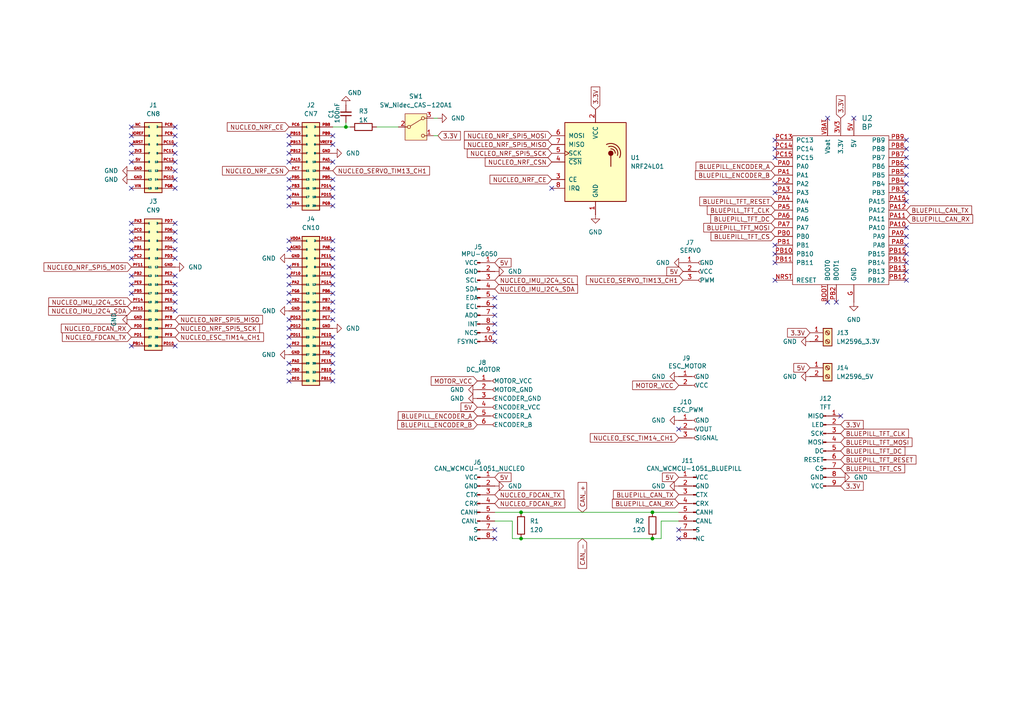
<source format=kicad_sch>
(kicad_sch (version 20231120) (generator "eeschema") (generator_version "8.0")
  (paper "A4")
  (lib_symbols
    (symbol "Conn_01x03_Socket_1" (pin_names (offset 1.016))
      (property "Reference" "J10" (at -4.826 7.874 0))
      (property "Value" "ESC_PWM" (at -6.858 5.588 0))
      (symbol "Conn_01x03_Socket_1_1_1"
        (pin passive line (at -5.08 2.54 0) (length 3.81) (name "GND") (number "1"))
        (pin passive line (at -5.08 0 0) (length 3.81) (name "VOUT") (number "2"))
        (pin passive line (at -5.08 -2.54 0) (length 3.81) (name "SIGNAL") (number "3"))
      )
    )
    (symbol "Connector:Conn_01x02_Socket" (pin_names (offset 1.016))
      (property "Reference" "J9" (at -4.318 5.08 0))
      (property "Value" "ESC_MOTOR" (at -8.128 3.048 0))
      (symbol "Conn_01x02_Socket_1_1"
        (pin passive line (at -5.08 0 0) (length 3.81) (name "GND") (number "1"))
        (pin passive line (at -5.08 -2.54 0) (length 3.81) (name "VCC") (number "2"))
      )
    )
    (symbol "Connector:Conn_01x03_Socket" (pin_names (offset 1.016))
      (property "Reference" "J7" (at -4.318 8.382 0))
      (property "Value" "SERVO" (at -6.096 6.096 0))
      (symbol "Conn_01x03_Socket_1_1"
        (pin passive line (at -5.08 2.54 0) (length 3.81) (name "GND") (number "1"))
        (pin passive line (at -5.08 0 0) (length 3.81) (name "VCC") (number "2"))
        (pin passive line (at -5.08 -2.54 0) (length 3.81) (name "PWM") (number "3"))
      )
    )
    (symbol "Connector:Conn_01x06_Socket" (pin_names (offset 1.016))
      (property "Reference" "J8" (at -4.318 10.668 0))
      (property "Value" "DC_MOTOR" (at -8.382 8.382 0))
      (symbol "Conn_01x06_Socket_1_1"
        (pin passive line (at -5.08 5.08 0) (length 3.81) (name "MOTOR_VCC") (number "1"))
        (pin passive line (at -5.08 2.54 0) (length 3.81) (name "MOTOR_GND") (number "2"))
        (pin passive line (at -5.08 0 0) (length 3.81) (name "ENCODER_GND") (number "3"))
        (pin passive line (at -5.08 -2.54 0) (length 3.81) (name "ENCODER_VCC") (number "4"))
        (pin passive line (at -5.08 -5.08 0) (length 3.81) (name "ENCODER_A") (number "5"))
        (pin passive line (at -5.08 -7.62 0) (length 3.81) (name "ENCODER_B") (number "6"))
      )
    )
    (symbol "Connector:Conn_01x08_Pin" (pin_names (offset 1.016))
      (property "Reference" "J6" (at 0.635 12.7 0))
      (property "Value" "NUCLEO_WCMCU-1051" (at 0.635 10.16 0))
      (symbol "Conn_01x08_Pin_1_1"
        (pin passive line (at 5.08 7.62 180) (length 3.81) (name "VCC") (number "1"))
        (pin passive line (at 5.08 5.08 180) (length 3.81) (name "GND") (number "2"))
        (pin passive line (at 5.08 2.54 180) (length 3.81) (name "CTX") (number "3"))
        (pin passive line (at 5.08 0 180) (length 3.81) (name "CRX") (number "4"))
        (pin passive line (at 5.08 -2.54 180) (length 3.81) (name "CANH") (number "5"))
        (pin passive line (at 5.08 -5.08 180) (length 3.81) (name "CANL") (number "6"))
        (pin passive line (at 5.08 -7.62 180) (length 3.81) (name "S") (number "7"))
        (pin passive line (at 5.08 -10.16 180) (length 3.81) (name "NC") (number "8"))
      )
    )
    (symbol "Connector:Conn_01x09_Pin" (pin_names (offset 1.016))
      (property "Reference" "J12" (at 0.635 15.24 0))
      (property "Value" "TFT" (at 0.635 12.7 0))
      (symbol "Conn_01x09_Pin_1_1"
        (pin passive line (at 5.08 10.16 180) (length 3.81) (name "MISO") (number "1"))
        (pin passive line (at 5.08 7.62 180) (length 3.81) (name "LED") (number "2"))
        (pin passive line (at 5.08 5.08 180) (length 3.81) (name "SCK") (number "3"))
        (pin passive line (at 5.08 2.54 180) (length 3.81) (name "MOSI") (number "4"))
        (pin passive line (at 5.08 0 180) (length 3.81) (name "DC") (number "5"))
        (pin passive line (at 5.08 -2.54 180) (length 3.81) (name "RESET") (number "6"))
        (pin passive line (at 5.08 -5.08 180) (length 3.81) (name "CS") (number "7"))
        (pin passive line (at 5.08 -7.62 180) (length 3.81) (name "GND") (number "8"))
        (pin passive line (at 5.08 -10.16 180) (length 3.81) (name "VCC") (number "9"))
      )
    )
    (symbol "Connector:Conn_01x10_Pin" (pin_names (offset 1.016))
      (property "Reference" "J5" (at 0.635 15.24 0))
      (property "Value" "MPU-6050" (at 0.635 12.7 0))
      (symbol "Conn_01x10_Pin_1_1"
        (pin passive line (at 5.08 10.16 180) (length 3.81) (name "VCC") (number "1"))
        (pin passive line (at 5.08 -12.7 180) (length 3.81) (name "FSYNC") (number "10"))
        (pin passive line (at 5.08 7.62 180) (length 3.81) (name "GND") (number "2"))
        (pin passive line (at 5.08 5.08 180) (length 3.81) (name "SCL") (number "3"))
        (pin passive line (at 5.08 2.54 180) (length 3.81) (name "SDA") (number "4"))
        (pin passive line (at 5.08 0 180) (length 3.81) (name "EDA") (number "5"))
        (pin passive line (at 5.08 -2.54 180) (length 3.81) (name "ECL") (number "6"))
        (pin passive line (at 5.08 -5.08 180) (length 3.81) (name "ADO") (number "7"))
        (pin passive line (at 5.08 -7.62 180) (length 3.81) (name "INT") (number "8"))
        (pin passive line (at 5.08 -10.16 180) (length 3.81) (name "NCS") (number "9"))
      )
    )
    (symbol "Connector:Screw_Terminal_01x02" (pin_names (offset 1.016) hide)
      (property "Reference" "J" (at 0 2.54 0))
      (property "Value" "Screw_Terminal_01x02" (at 0 -5.08 0))
      (symbol "Screw_Terminal_01x02_1_1"
        (pin passive line (at -5.08 0 0) (length 3.81) (name "Pin_1") (number "1"))
        (pin passive line (at -5.08 -2.54 0) (length 3.81) (name "Pin_2") (number "2"))
      )
    )
    (symbol "Connector_Generic:Conn_02x08_Row_Letter_First" (pin_names (offset 1.016))
      (property "Reference" "J2" (at 1.27 13.97 0))
      (property "Value" "CN8" (at 1.27 11.43 0))
      (symbol "Conn_02x08_Row_Letter_First_1_1"
        (pin passive line (at -5.08 0 0) (length 3.81) (name "7") (number "3V3"))
        (pin passive line (at -5.08 -2.54 0) (length 3.81) (name "9") (number "5V"))
        (pin passive line (at -5.08 -5.08 0) (length 3.81) (name "11") (number "GND"))
        (pin passive line (at -5.08 -7.62 0) (length 3.81) (name "13") (number "GND"))
        (pin passive line (at -5.08 5.08 0) (length 3.81) (name "3") (number "IOREF"))
        (pin passive line (at -5.08 7.62 0) (length 3.81) (name "1") (number "NC"))
        (pin passive line (at -5.08 2.54 0) (length 3.81) (name "5") (number "NRST"))
        (pin passive line (at 7.62 2.54 180) (length 3.81) (name "6") (number "PC10"))
        (pin passive line (at 7.62 0 180) (length 3.81) (name "8") (number "PC11"))
        (pin passive line (at 7.62 -2.54 180) (length 3.81) (name "10") (number "PC12"))
        (pin passive line (at 7.62 7.62 180) (length 3.81) (name "2") (number "PC8"))
        (pin passive line (at 7.62 5.08 180) (length 3.81) (name "4") (number "PC9"))
        (pin passive line (at 7.62 -5.08 180) (length 3.81) (name "12") (number "PD2"))
        (pin passive line (at 7.62 -7.62 180) (length 3.81) (name "14") (number "PG10"))
        (pin passive line (at 7.62 -10.16 180) (length 3.81) (name "16") (number "PG8"))
        (pin passive line (at -5.08 -10.16 0) (length 3.81) (name "15") (number "VIN"))
      )
    )
    (symbol "Connector_Generic:Conn_02x10_Row_Letter_First" (pin_names (offset 1.016))
      (property "Reference" "J2" (at 1.27 16.51 0))
      (property "Value" "CN7" (at 1.27 13.97 0))
      (symbol "Conn_02x10_Row_Letter_First_1_1"
        (pin passive line (at 7.62 2.54 180) (length 3.81) (name "8") (number "GND"))
        (pin passive line (at -5.08 0 0) (length 3.81) (name "9") (number "PA15"))
        (pin passive line (at -5.08 -10.16 0) (length 3.81) (name "17") (number "PA4"))
        (pin passive line (at 7.62 0 180) (length 3.81) (name "10") (number "PA5"))
        (pin passive line (at 7.62 -2.54 180) (length 3.81) (name "12") (number "PA6"))
        (pin passive line (at -5.08 2.54 0) (length 3.81) (name "7") (number "PB12"))
        (pin passive line (at -5.08 5.08 0) (length 3.81) (name "5") (number "PB13"))
        (pin passive line (at -5.08 7.62 0) (length 3.81) (name "3") (number "PB15"))
        (pin passive line (at -5.08 -7.62 0) (length 3.81) (name "15") (number "PB3"))
        (pin passive line (at -5.08 -12.7 0) (length 3.81) (name "19") (number "PB4"))
        (pin passive line (at -5.08 -5.08 0) (length 3.81) (name "13") (number "PB5"))
        (pin passive line (at 7.62 -5.08 180) (length 3.81) (name "14") (number "PB5"))
        (pin passive line (at 7.62 10.16 180) (length 3.81) (name "2") (number "PB8"))
        (pin passive line (at 7.62 7.62 180) (length 3.81) (name "4") (number "PB9"))
        (pin passive line (at -5.08 10.16 0) (length 3.81) (name "1") (number "PC6"))
        (pin passive line (at -5.08 -2.54 0) (length 3.81) (name "11") (number "PC7"))
        (pin passive line (at 7.62 -7.62 180) (length 3.81) (name "16") (number "PD14"))
        (pin passive line (at 7.62 -10.16 180) (length 3.81) (name "18") (number "PD15"))
        (pin passive line (at 7.62 -12.7 180) (length 3.81) (name "20") (number "PG9"))
        (pin passive line (at 7.62 5.08 180) (length 3.81) (name "6") (number "VREFP"))
      )
    )
    (symbol "Connector_Generic:Conn_02x15_Row_Letter_First" (pin_names (offset 1.016))
      (property "Reference" "J3" (at 1.27 24.13 0))
      (property "Value" "CN9" (at 1.27 21.59 0))
      (symbol "Conn_02x15_Row_Letter_First_1_1"
        (pin passive line (at 7.62 5.08 180) (length 3.81) (name "12") (number "GND"))
        (pin passive line (at -5.08 -10.16 0) (length 3.81) (name "23") (number "GND"))
        (pin passive line (at -5.08 17.78 0) (length 3.81) (name "1") (number "PA3"))
        (pin passive line (at -5.08 10.16 0) (length 3.81) (name "7") (number "PB1"))
        (pin passive line (at -5.08 -17.78 0) (length 3.81) (name "29") (number "PB14"))
        (pin passive line (at -5.08 2.54 0) (length 3.81) (name "13") (number "PB2"))
        (pin passive line (at -5.08 -2.54 0) (length 3.81) (name "17") (number "PB5"))
        (pin passive line (at -5.08 15.24 0) (length 3.81) (name "3") (number "PC0"))
        (pin passive line (at -5.08 7.62 0) (length 3.81) (name "9") (number "PC2"))
        (pin passive line (at -5.08 12.7 0) (length 3.81) (name "5") (number "PC3"))
        (pin passive line (at -5.08 -12.7 0) (length 3.81) (name "25") (number "PD0"))
        (pin passive line (at -5.08 -15.24 0) (length 3.81) (name "27") (number "PD1"))
        (pin passive line (at 7.62 -17.78 180) (length 3.81) (name "30") (number "PD10"))
        (pin passive line (at 7.62 7.62 180) (length 3.81) (name "10") (number "PD3"))
        (pin passive line (at 7.62 10.16 180) (length 3.81) (name "8") (number "PD4"))
        (pin passive line (at 7.62 12.7 180) (length 3.81) (name "6") (number "PD5"))
        (pin passive line (at 7.62 15.24 180) (length 3.81) (name "4") (number "PD6"))
        (pin passive line (at 7.62 17.78 180) (length 3.81) (name "2") (number "PD7"))
        (pin passive line (at 7.62 2.54 180) (length 3.81) (name "14") (number "PE2"))
        (pin passive line (at 7.62 -7.62 180) (length 3.81) (name "22") (number "PE3"))
        (pin passive line (at 7.62 0 180) (length 3.81) (name "16") (number "PE4"))
        (pin passive line (at 7.62 -2.54 180) (length 3.81) (name "18") (number "PE5"))
        (pin passive line (at 7.62 -5.08 180) (length 3.81) (name "20") (number "PE6"))
        (pin passive line (at -5.08 0 0) (length 3.81) (name "15") (number "PE9"))
        (pin passive line (at -5.08 5.08 0) (length 3.81) (name "11") (number "PF11"))
        (pin passive line (at -5.08 -5.08 0) (length 3.81) (name "19") (number "PF14"))
        (pin passive line (at -5.08 -7.62 0) (length 3.81) (name "21") (number "PF15"))
        (pin passive line (at 7.62 -12.7 180) (length 3.81) (name "26") (number "PF7"))
        (pin passive line (at 7.62 -10.16 180) (length 3.81) (name "24") (number "PF8"))
        (pin passive line (at 7.62 -15.24 180) (length 3.81) (name "28") (number "PF9"))
      )
    )
    (symbol "Connector_Generic:Conn_02x17_Row_Letter_First" (pin_names (offset 1.016))
      (property "Reference" "J4" (at 1.27 26.67 0))
      (property "Value" "CN10" (at 1.27 24.13 0))
      (symbol "Conn_02x17_Row_Letter_First_1_1"
        (pin passive line (at -5.08 17.78 0) (length 3.81) (name "3") (number "AGND"))
        (pin passive line (at -5.08 0 0) (length 3.81) (name "17") (number "GND"))
        (pin passive line (at 7.62 -5.08 180) (length 3.81) (name "22") (number "GND"))
        (pin passive line (at -5.08 -12.7 0) (length 3.81) (name "27") (number "GND"))
        (pin passive line (at -5.08 15.24 0) (length 3.81) (name "5") (number "GND"))
        (pin passive line (at -5.08 -15.24 0) (length 3.81) (name "29") (number "PA0"))
        (pin passive line (at -5.08 7.62 0) (length 3.81) (name "11") (number "PA2"))
        (pin passive line (at 7.62 17.78 180) (length 3.81) (name "4") (number "PA8"))
        (pin passive line (at -5.08 -17.78 0) (length 3.81) (name "31") (number "PB0"))
        (pin passive line (at 7.62 -17.78 180) (length 3.81) (name "32") (number "PB10"))
        (pin passive line (at 7.62 -20.32 180) (length 3.81) (name "34") (number "PB11"))
        (pin passive line (at -5.08 2.54 0) (length 3.81) (name "15") (number "PB2"))
        (pin passive line (at 7.62 5.08 180) (length 3.81) (name "14") (number "PB6"))
        (pin passive line (at 7.62 2.54 180) (length 3.81) (name "16") (number "PB7"))
        (pin passive line (at -5.08 -7.62 0) (length 3.81) (name "23") (number "PD11"))
        (pin passive line (at -5.08 -5.08 0) (length 3.81) (name "21") (number "PD12"))
        (pin passive line (at -5.08 -2.54 0) (length 3.81) (name "19") (number "PD13"))
        (pin passive line (at -5.08 -20.32 0) (length 3.81) (name "33") (number "PE0"))
        (pin passive line (at 7.62 -7.62 180) (length 3.81) (name "24") (number "PE10"))
        (pin passive line (at 7.62 15.24 180) (length 3.81) (name "6") (number "PE11"))
        (pin passive line (at 7.62 -10.16 180) (length 3.81) (name "26") (number "PE12"))
        (pin passive line (at 7.62 10.16 180) (length 3.81) (name "10") (number "PE13"))
        (pin passive line (at 7.62 12.7 180) (length 3.81) (name "8") (number "PE14"))
        (pin passive line (at 7.62 -15.24 180) (length 3.81) (name "30") (number "PE15"))
        (pin passive line (at -5.08 -10.16 0) (length 3.81) (name "25") (number "PE2"))
        (pin passive line (at 7.62 -12.7 180) (length 3.81) (name "28") (number "PE6"))
        (pin passive line (at 7.62 -2.54 180) (length 3.81) (name "20") (number "PE7"))
        (pin passive line (at 7.62 0 180) (length 3.81) (name "18") (number "PE8"))
        (pin passive line (at -5.08 10.16 0) (length 3.81) (name "9") (number "PF10"))
        (pin passive line (at -5.08 12.7 0) (length 3.81) (name "7") (number "PF6"))
        (pin passive line (at 7.62 20.32 180) (length 3.81) (name "2") (number "PG12"))
        (pin passive line (at 7.62 7.62 180) (length 3.81) (name "12") (number "PG14"))
        (pin passive line (at -5.08 5.08 0) (length 3.81) (name "13") (number "PG6"))
        (pin passive line (at -5.08 20.32 0) (length 3.81) (name "1") (number "VDDA"))
      )
    )
    (symbol "Device:C_Small" (pin_numbers hide) (pin_names (offset 0.254) hide)
      (property "Reference" "C" (at 0.254 1.778 0))
      (property "Value" "C_Small" (at 0.254 -2.032 0))
      (symbol "C_Small_1_1"
        (pin passive line (at 0 2.54 270) (length 2.032) (name "~") (number "1"))
        (pin passive line (at 0 -2.54 90) (length 2.032) (name "~") (number "2"))
      )
    )
    (symbol "Device:R" (pin_numbers hide) (pin_names (offset 0))
      (property "Reference" "R" (at 2.032 0 90))
      (property "Value" "R" (at 0 0 90))
      (symbol "R_1_1"
        (pin passive line (at 0 3.81 270) (length 1.27) (name "~") (number "1"))
        (pin passive line (at 0 -3.81 90) (length 1.27) (name "~") (number "2"))
      )
    )
    (symbol "RF:NRF24L01_Breakout" (pin_names (offset 1.016))
      (property "Reference" "U" (at -8.89 12.7 0))
      (property "Value" "NRF24L01_Breakout" (at 3.81 12.7 0))
      (symbol "NRF24L01_Breakout_1_1"
        (pin power_in line (at 0 -15.24 90) (length 3.81) (name "GND") (number "1"))
        (pin power_in line (at 0 15.24 270) (length 3.81) (name "VCC") (number "2"))
        (pin input line (at -12.7 -5.08 0) (length 3.81) (name "CE") (number "3"))
        (pin input line (at -12.7 0 0) (length 3.81) (name "~{CSN}") (number "4"))
        (pin input clock (at -12.7 2.54 0) (length 3.81) (name "SCK") (number "5"))
        (pin input line (at -12.7 7.62 0) (length 3.81) (name "MOSI") (number "6"))
        (pin output line (at -12.7 5.08 0) (length 3.81) (name "MISO") (number "7"))
        (pin output line (at -12.7 -7.62 0) (length 3.81) (name "IRQ") (number "8"))
      )
    )
    (symbol "Switch:SW_Nidec_CAS-120A1" (pin_names (offset 1) hide)
      (property "Reference" "SW" (at 0 4.318 0))
      (property "Value" "SW_Nidec_CAS-120A1" (at 0 -5.08 0))
      (symbol "SW_Nidec_CAS-120A1_1_1"
        (pin passive line (at 5.08 -2.54 180) (length 2.54) (name "C") (number "1"))
        (pin passive line (at -5.08 0 0) (length 2.54) (name "B") (number "2"))
        (pin passive line (at 5.08 2.54 180) (length 2.54) (name "A") (number "3"))
      )
    )
    (symbol "bp:BP" (pin_names (offset 1.016))
      (property "Reference" "U" (at -12.7 22.86 0))
      (property "Value" "BP" (at 7.62 -24.13 0))
      (symbol "BP_1_1"
        (pin power_out line (at 0 26.67 270) (length 5.08) (name "3.3V") (number "3V3"))
        (pin power_out line (at 3.81 26.67 270) (length 5.08) (name "5V") (number "5V"))
        (pin input line (at -3.81 -26.67 90) (length 5.08) (name "BOOT0") (number "BOOT"))
        (pin power_out line (at 3.81 -26.67 90) (length 5.08) (name "GND") (number "G"))
        (pin input line (at -19.05 -20.32 0) (length 5.08) (name "RESET") (number "NRST"))
        (pin bidirectional line (at -19.05 12.7 0) (length 5.08) (name "PA0") (number "PA0"))
        (pin bidirectional line (at -19.05 10.16 0) (length 5.08) (name "PA1") (number "PA1"))
        (pin bidirectional line (at 19.05 -5.08 180) (length 5.08) (name "PA10") (number "PA10"))
        (pin bidirectional line (at 19.05 -2.54 180) (length 5.08) (name "PA11") (number "PA11"))
        (pin bidirectional line (at 19.05 0 180) (length 5.08) (name "PA12") (number "PA12"))
        (pin bidirectional line (at 19.05 2.54 180) (length 5.08) (name "PA15") (number "PA15"))
        (pin bidirectional line (at -19.05 7.62 0) (length 5.08) (name "PA2") (number "PA2"))
        (pin bidirectional line (at -19.05 5.08 0) (length 5.08) (name "PA3") (number "PA3"))
        (pin bidirectional line (at -19.05 2.54 0) (length 5.08) (name "PA4") (number "PA4"))
        (pin bidirectional line (at -19.05 0 0) (length 5.08) (name "PA5") (number "PA5"))
        (pin bidirectional line (at -19.05 -2.54 0) (length 5.08) (name "PA6") (number "PA6"))
        (pin bidirectional line (at -19.05 -5.08 0) (length 5.08) (name "PA7") (number "PA7"))
        (pin bidirectional line (at 19.05 -10.16 180) (length 5.08) (name "PA8") (number "PA8"))
        (pin bidirectional line (at 19.05 -7.62 180) (length 5.08) (name "PA9") (number "PA9"))
        (pin bidirectional line (at -19.05 -7.62 0) (length 5.08) (name "PB0") (number "PB0"))
        (pin bidirectional line (at -19.05 -10.16 0) (length 5.08) (name "PB1") (number "PB1"))
        (pin bidirectional line (at -19.05 -12.7 0) (length 5.08) (name "PB10") (number "PB10"))
        (pin bidirectional line (at -19.05 -15.24 0) (length 5.08) (name "PB11") (number "PB11"))
        (pin bidirectional line (at 19.05 -20.32 180) (length 5.08) (name "PB12") (number "PB12"))
        (pin bidirectional line (at 19.05 -17.78 180) (length 5.08) (name "PB13") (number "PB13"))
        (pin bidirectional line (at 19.05 -15.24 180) (length 5.08) (name "PB14") (number "PB14"))
        (pin bidirectional line (at 19.05 -12.7 180) (length 5.08) (name "PB15") (number "PB15"))
        (pin input line (at -1.27 -26.67 90) (length 5.08) (name "BOOT1") (number "PB2"))
        (pin bidirectional line (at 19.05 5.08 180) (length 5.08) (name "PB3") (number "PB3"))
        (pin bidirectional line (at 19.05 7.62 180) (length 5.08) (name "PB4") (number "PB4"))
        (pin bidirectional line (at 19.05 10.16 180) (length 5.08) (name "PB5") (number "PB5"))
        (pin bidirectional line (at 19.05 12.7 180) (length 5.08) (name "PB6") (number "PB6"))
        (pin bidirectional line (at 19.05 15.24 180) (length 5.08) (name "PB7") (number "PB7"))
        (pin bidirectional line (at 19.05 17.78 180) (length 5.08) (name "PB8") (number "PB8"))
        (pin bidirectional line (at 19.05 20.32 180) (length 5.08) (name "PB9") (number "PB9"))
        (pin bidirectional line (at -19.05 20.32 0) (length 5.08) (name "PC13") (number "PC13"))
        (pin bidirectional line (at -19.05 17.78 0) (length 5.08) (name "PC14") (number "PC14"))
        (pin bidirectional line (at -19.05 15.24 0) (length 5.08) (name "PC15") (number "PC15"))
        (pin power_in line (at -3.81 26.67 270) (length 5.08) (name "Vbat") (number "VBAT"))
      )
    )
    (symbol "power:GND" (power) (pin_numbers hide) (pin_names (offset 0) hide)
      (property "Value" "GND" (at 0 -3.81 0))
      (symbol "GND_1_1"
        (pin power_in line (at 0 0 270) (length 0) (name "~") (number "1"))
      )
    )
  )
  (junction (at 100.33 36.83))
  (junction (at 189.23 148.59))
  (junction (at 151.13 156.21))
  (junction (at 189.23 156.21))
  (junction (at 151.13 148.59))
  (no_connect (at 38.1 74.93))
  (no_connect (at 50.8 41.91))
  (no_connect (at 50.8 69.85))
  (no_connect (at 96.52 105.41))
  (no_connect (at 143.51 156.21))
  (no_connect (at 262.89 78.74))
  (no_connect (at 242.57 87.63))
  (no_connect (at 83.82 92.71))
  (no_connect (at 83.82 41.91))
  (no_connect (at 96.52 41.91))
  (no_connect (at 143.51 86.36))
  (no_connect (at 262.89 68.58))
  (no_connect (at 83.82 59.69))
  (no_connect (at 50.8 54.61))
  (no_connect (at 143.51 88.9))
  (no_connect (at 38.1 85.09))
  (no_connect (at 96.52 102.87))
  (no_connect (at 96.52 54.61))
  (no_connect (at 50.8 36.83))
  (no_connect (at 96.52 110.49))
  (no_connect (at 96.52 59.69))
  (no_connect (at 96.52 80.01))
  (no_connect (at 50.8 72.39))
  (no_connect (at 224.79 45.72))
  (no_connect (at 83.82 82.55))
  (no_connect (at 262.89 43.18))
  (no_connect (at 38.1 100.33))
  (no_connect (at 50.8 67.31))
  (no_connect (at 83.82 72.39))
  (no_connect (at 262.89 76.2))
  (no_connect (at 96.52 92.71))
  (no_connect (at 96.52 100.33))
  (no_connect (at 50.8 82.55))
  (no_connect (at 50.8 80.01))
  (no_connect (at 83.82 85.09))
  (no_connect (at 224.79 40.64))
  (no_connect (at 224.79 76.2))
  (no_connect (at 262.89 71.12))
  (no_connect (at 50.8 74.93))
  (no_connect (at 83.82 44.45))
  (no_connect (at 83.82 105.41))
  (no_connect (at 262.89 58.42))
  (no_connect (at 96.52 82.55))
  (no_connect (at 83.82 100.33))
  (no_connect (at 196.85 124.46))
  (no_connect (at 83.82 54.61))
  (no_connect (at 50.8 64.77))
  (no_connect (at 143.51 91.44))
  (no_connect (at 262.89 53.34))
  (no_connect (at 38.1 80.01))
  (no_connect (at 83.82 52.07))
  (no_connect (at 38.1 36.83))
  (no_connect (at 38.1 64.77))
  (no_connect (at 38.1 82.55))
  (no_connect (at 224.79 71.12))
  (no_connect (at 50.8 39.37))
  (no_connect (at 96.52 107.95))
  (no_connect (at 50.8 87.63))
  (no_connect (at 143.51 93.98))
  (no_connect (at 240.03 34.29))
  (no_connect (at 160.02 54.61))
  (no_connect (at 96.52 39.37))
  (no_connect (at 262.89 45.72))
  (no_connect (at 96.52 97.79))
  (no_connect (at 38.1 72.39))
  (no_connect (at 96.52 87.63))
  (no_connect (at 96.52 52.07))
  (no_connect (at 262.89 48.26))
  (no_connect (at 224.79 81.28))
  (no_connect (at 50.8 49.53))
  (no_connect (at 38.1 67.31))
  (no_connect (at 143.51 96.52))
  (no_connect (at 240.03 87.63))
  (no_connect (at 224.79 55.88))
  (no_connect (at 262.89 50.8))
  (no_connect (at 83.82 95.25))
  (no_connect (at 50.8 44.45))
  (no_connect (at 262.89 73.66))
  (no_connect (at 50.8 100.33))
  (no_connect (at 96.52 69.85))
  (no_connect (at 83.82 110.49))
  (no_connect (at 143.51 99.06))
  (no_connect (at 262.89 55.88))
  (no_connect (at 224.79 53.34))
  (no_connect (at 38.1 69.85))
  (no_connect (at 83.82 87.63))
  (no_connect (at 96.52 57.15))
  (no_connect (at 50.8 85.09))
  (no_connect (at 50.8 46.99))
  (no_connect (at 96.52 46.99))
  (no_connect (at 96.52 90.17))
  (no_connect (at 83.82 69.85))
  (no_connect (at 83.82 80.01))
  (no_connect (at 262.89 81.28))
  (no_connect (at 143.51 153.67))
  (no_connect (at 96.52 74.93))
  (no_connect (at 196.85 156.21))
  (no_connect (at 196.85 153.67))
  (no_connect (at 83.82 39.37))
  (no_connect (at 38.1 41.91))
  (no_connect (at 38.1 39.37))
  (no_connect (at 96.52 77.47))
  (no_connect (at 50.8 52.07))
  (no_connect (at 96.52 85.09))
  (no_connect (at 247.65 34.29))
  (no_connect (at 38.1 44.45))
  (no_connect (at 243.84 120.65))
  (no_connect (at 262.89 66.04))
  (no_connect (at 83.82 107.95))
  (no_connect (at 224.79 73.66))
  (no_connect (at 38.1 46.99))
  (no_connect (at 96.52 72.39))
  (no_connect (at 38.1 54.61))
  (no_connect (at 83.82 46.99))
  (no_connect (at 83.82 77.47))
  (no_connect (at 224.79 43.18))
  (no_connect (at 262.89 40.64))
  (no_connect (at 50.8 90.17))
  (no_connect (at 83.82 97.79))
  (no_connect (at 83.82 57.15))
  (wire (pts (xy 189.23 156.21) (xy 191.77 156.21)))
  (wire (pts (xy 191.77 151.13) (xy 191.77 156.21)))
  (wire (pts (xy 143.51 151.13) (xy 148.59 151.13)))
  (wire (pts (xy 148.59 156.21) (xy 151.13 156.21)))
  (wire (pts (xy 151.13 148.59) (xy 189.23 148.59)))
  (wire (pts (xy 189.23 148.59) (xy 196.85 148.59)))
  (wire (pts (xy 148.59 151.13) (xy 148.59 156.21)))
  (wire (pts (xy 109.22 36.83) (xy 115.57 36.83)))
  (wire (pts (xy 125.73 34.29) (xy 127 34.29)))
  (wire (pts (xy 196.85 151.13) (xy 191.77 151.13)))
  (wire (pts (xy 151.13 156.21) (xy 189.23 156.21)))
  (wire (pts (xy 96.52 36.83) (xy 100.33 36.83)))
  (wire (pts (xy 125.73 39.37) (xy 127 39.37)))
  (wire (pts (xy 143.51 148.59) (xy 151.13 148.59)))
  (wire (pts (xy 100.33 36.83) (xy 101.6 36.83)))
  (wire (pts (xy 100.33 35.56) (xy 100.33 36.83)))
  (global_label "NUCLEO_IMU_I2C4_SCL" (shape input) (at 143.51 81.28 0) (property "Intersheetrefs" "${INTERSHEET_REFS}" (effects (hide yes))))
  (global_label "NUCLEO_NRF_CSN" (shape input) (at 83.82 49.53 180) (property "Intersheetrefs" "${INTERSHEET_REFS}" (effects (hide yes))))
  (global_label "BLUEPILL_TFT_MOSI" (shape input) (at 243.84 128.27 0) (property "Intersheetrefs" "${INTERSHEET_REFS}" (effects (hide yes))))
  (global_label "BLUEPILL_TFT_RESET" (shape input) (at 224.79 58.42 180) (property "Intersheetrefs" "${INTERSHEET_REFS}" (effects (hide yes))))
  (global_label "MOTOR_VCC" (shape input) (at 196.85 111.76 180) (property "Intersheetrefs" "${INTERSHEET_REFS}" (effects (hide yes))))
  (global_label "BLUEPILL_ENCODER_A" (shape input) (at 138.43 120.65 180) (property "Intersheetrefs" "${INTERSHEET_REFS}" (effects (hide yes))))
  (global_label "CAN_+" (shape input) (at 168.91 148.59 90) (property "Intersheetrefs" "${INTERSHEET_REFS}" (effects (hide yes))))
  (global_label "BLUEPILL_ENCODER_A" (shape input) (at 224.79 48.26 180) (property "Intersheetrefs" "${INTERSHEET_REFS}" (effects (hide yes))))
  (global_label "5V" (shape input) (at 234.95 106.68 180) (property "Intersheetrefs" "${INTERSHEET_REFS}" (effects (hide yes))))
  (global_label "NUCLEO_NRF_SPI5_SCK" (shape input) (at 50.8 95.25 0) (property "Intersheetrefs" "${INTERSHEET_REFS}" (effects (hide yes))))
  (global_label "NUCLEO_SERVO_TIM13_CH1" (shape input) (at 96.52 49.53 0) (property "Intersheetrefs" "${INTERSHEET_REFS}" (effects (hide yes))))
  (global_label "3.3V" (shape input) (at 127 39.37 0) (property "Intersheetrefs" "${INTERSHEET_REFS}" (effects (hide yes))))
  (global_label "BLUEPILL_TFT_CS" (shape input) (at 224.79 68.58 180) (property "Intersheetrefs" "${INTERSHEET_REFS}" (effects (hide yes))))
  (global_label "NUCLEO_FDCAN_TX" (shape input) (at 38.1 97.79 180) (property "Intersheetrefs" "${INTERSHEET_REFS}" (effects (hide yes))))
  (global_label "NUCLEO_ESC_TIM14_CH1" (shape input) (at 50.8 97.79 0) (property "Intersheetrefs" "${INTERSHEET_REFS}" (effects (hide yes))))
  (global_label "5V" (shape input) (at 198.12 78.74 180) (property "Intersheetrefs" "${INTERSHEET_REFS}" (effects (hide yes))))
  (global_label "NUCLEO_NRF_CSN" (shape input) (at 160.02 46.99 180) (property "Intersheetrefs" "${INTERSHEET_REFS}" (effects (hide yes))))
  (global_label "BLUEPILL_TFT_CS" (shape input) (at 243.84 135.89 0) (property "Intersheetrefs" "${INTERSHEET_REFS}" (effects (hide yes))))
  (global_label "NUCLEO_SERVO_TIM13_CH1" (shape input) (at 198.12 81.28 180) (property "Intersheetrefs" "${INTERSHEET_REFS}" (effects (hide yes))))
  (global_label "3.3V" (shape input) (at 243.84 34.29 90) (property "Intersheetrefs" "${INTERSHEET_REFS}" (effects (hide yes))))
  (global_label "NUCLEO_FDCAN_TX" (shape input) (at 143.51 143.51 0) (property "Intersheetrefs" "${INTERSHEET_REFS}" (effects (hide yes))))
  (global_label "BLUEPILL_TFT_DC" (shape input) (at 243.84 130.81 0) (property "Intersheetrefs" "${INTERSHEET_REFS}" (effects (hide yes))))
  (global_label "5V" (shape input) (at 196.85 138.43 180) (property "Intersheetrefs" "${INTERSHEET_REFS}" (effects (hide yes))))
  (global_label "NUCLEO_NRF_SPI5_MOSI" (shape input) (at 160.02 39.37 180) (property "Intersheetrefs" "${INTERSHEET_REFS}" (effects (hide yes))))
  (global_label "BLUEPILL_CAN_RX" (shape input) (at 196.85 146.05 180) (property "Intersheetrefs" "${INTERSHEET_REFS}" (effects (hide yes))))
  (global_label "BLUEPILL_CAN_TX" (shape input) (at 262.89 60.96 0) (property "Intersheetrefs" "${INTERSHEET_REFS}" (effects (hide yes))))
  (global_label "NUCLEO_NRF_CE" (shape input) (at 160.02 52.07 180) (property "Intersheetrefs" "${INTERSHEET_REFS}" (effects (hide yes))))
  (global_label "NUCLEO_NRF_SPI5_SCK" (shape input) (at 160.02 44.45 180) (property "Intersheetrefs" "${INTERSHEET_REFS}" (effects (hide yes))))
  (global_label "BLUEPILL_TFT_CLK" (shape input) (at 224.79 60.96 180) (property "Intersheetrefs" "${INTERSHEET_REFS}" (effects (hide yes))))
  (global_label "5V" (shape input) (at 143.51 76.2 0) (property "Intersheetrefs" "${INTERSHEET_REFS}" (effects (hide yes))))
  (global_label "3.3V" (shape input) (at 243.84 140.97 0) (property "Intersheetrefs" "${INTERSHEET_REFS}" (effects (hide yes))))
  (global_label "NUCLEO_FDCAN_RX" (shape input) (at 143.51 146.05 0) (property "Intersheetrefs" "${INTERSHEET_REFS}" (effects (hide yes))))
  (global_label "3.3V" (shape input) (at 172.72 31.75 90) (property "Intersheetrefs" "${INTERSHEET_REFS}" (effects (hide yes))))
  (global_label "BLUEPILL_ENCODER_B" (shape input) (at 138.43 123.19 180) (property "Intersheetrefs" "${INTERSHEET_REFS}" (effects (hide yes))))
  (global_label "BLUEPILL_CAN_RX" (shape input) (at 262.89 63.5 0) (property "Intersheetrefs" "${INTERSHEET_REFS}" (effects (hide yes))))
  (global_label "3.3V" (shape input) (at 243.84 123.19 0) (property "Intersheetrefs" "${INTERSHEET_REFS}" (effects (hide yes))))
  (global_label "NUCLEO_ESC_TIM14_CH1" (shape input) (at 196.85 127 180) (property "Intersheetrefs" "${INTERSHEET_REFS}" (effects (hide yes))))
  (global_label "BLUEPILL_TFT_DC" (shape input) (at 224.79 63.5 180) (property "Intersheetrefs" "${INTERSHEET_REFS}" (effects (hide yes))))
  (global_label "NUCLEO_FDCAN_RX" (shape input) (at 38.1 95.25 180) (property "Intersheetrefs" "${INTERSHEET_REFS}" (effects (hide yes))))
  (global_label "BLUEPILL_TFT_CLK" (shape input) (at 243.84 125.73 0) (property "Intersheetrefs" "${INTERSHEET_REFS}" (effects (hide yes))))
  (global_label "CAN_-" (shape input) (at 168.91 156.21 270) (property "Intersheetrefs" "${INTERSHEET_REFS}" (effects (hide yes))))
  (global_label "5V" (shape input) (at 143.51 138.43 0) (property "Intersheetrefs" "${INTERSHEET_REFS}" (effects (hide yes))))
  (global_label "NUCLEO_NRF_CE" (shape input) (at 83.82 36.83 180) (property "Intersheetrefs" "${INTERSHEET_REFS}" (effects (hide yes))))
  (global_label "NUCLEO_NRF_SPI5_MISO" (shape input) (at 50.8 92.71 0) (property "Intersheetrefs" "${INTERSHEET_REFS}" (effects (hide yes))))
  (global_label "MOTOR_VCC" (shape input) (at 138.43 110.49 180) (property "Intersheetrefs" "${INTERSHEET_REFS}" (effects (hide yes))))
  (global_label "NUCLEO_IMU_I2C4_SDA" (shape input) (at 143.51 83.82 0) (property "Intersheetrefs" "${INTERSHEET_REFS}" (effects (hide yes))))
  (global_label "BLUEPILL_TFT_RESET" (shape input) (at 243.84 133.35 0) (property "Intersheetrefs" "${INTERSHEET_REFS}" (effects (hide yes))))
  (global_label "NUCLEO_IMU_I2C4_SCL" (shape input) (at 38.1 87.63 180) (property "Intersheetrefs" "${INTERSHEET_REFS}" (effects (hide yes))))
  (global_label "NUCLEO_NRF_SPI5_MOSI" (shape input) (at 38.1 77.47 180) (property "Intersheetrefs" "${INTERSHEET_REFS}" (effects (hide yes))))
  (global_label "3.3V" (shape input) (at 234.95 96.52 180) (property "Intersheetrefs" "${INTERSHEET_REFS}" (effects (hide yes))))
  (global_label "NUCLEO_NRF_SPI5_MISO" (shape input) (at 160.02 41.91 180) (property "Intersheetrefs" "${INTERSHEET_REFS}" (effects (hide yes))))
  (global_label "BLUEPILL_ENCODER_B" (shape input) (at 224.79 50.8 180) (property "Intersheetrefs" "${INTERSHEET_REFS}" (effects (hide yes))))
  (global_label "5V" (shape input) (at 138.43 118.11 180) (property "Intersheetrefs" "${INTERSHEET_REFS}" (effects (hide yes))))
  (global_label "NUCLEO_IMU_I2C4_SDA" (shape input) (at 38.1 90.17 180) (property "Intersheetrefs" "${INTERSHEET_REFS}" (effects (hide yes))))
  (global_label "BLUEPILL_CAN_TX" (shape input) (at 196.85 143.51 180) (property "Intersheetrefs" "${INTERSHEET_REFS}" (effects (hide yes))))
  (global_label "BLUEPILL_TFT_MOSI" (shape input) (at 224.79 66.04 180) (property "Intersheetrefs" "${INTERSHEET_REFS}" (effects (hide yes))))
  (symbol (lib_id "Device:C_Small") (at 100.33 33.02 180) (unit 1)
    (property "Reference" "C1" (at 96.012 33.02 90))
    (property "Value" "100nF" (at 97.79 32.766 90))
    (property "Footprint" "Capacitor_THT:C_Disc_D4.7mm_W2.5mm_P5.00mm" (effects (hide yes)))
    (property "Description" "Unpolarized capacitor, small symbol" (effects (hide yes)))
  )
  (symbol (lib_id "power:GND") (at 138.43 115.57 270) (unit 1)
    (property "Reference" "#PWR06" (effects (hide yes)))
    (property "Value" "GND" (at 134.62 115.5699 90) (effects (justify right)))
    (property "Description" "Power symbol creates a global label with name \"GND\" , ground" (effects (hide yes)))
  )
  (symbol (lib_id "power:GND") (at 234.95 99.06 270) (unit 1)
    (property "Reference" "#PWR09" (effects (hide yes)))
    (property "Value" "GND" (at 231.14 99.0599 90) (effects (justify right)))
    (property "Description" "Power symbol creates a global label with name \"GND\" , ground" (effects (hide yes)))
  )
  (symbol (lib_id "power:GND") (at 38.1 49.53 270) (unit 1)
    (property "Reference" "#PWR013" (effects (hide yes)))
    (property "Value" "GND" (at 34.29 49.5299 90) (effects (justify right)))
    (property "Description" "Power symbol creates a global label with name \"GND\" , ground" (effects (hide yes)))
  )
  (symbol (lib_id "power:GND") (at 247.65 87.63 0) (unit 1)
    (property "Reference" "#PWR022" (effects (hide yes)))
    (property "Value" "GND" (at 247.65 92.71 0))
    (property "Description" "Power symbol creates a global label with name \"GND\" , ground" (effects (hide yes)))
  )
  (symbol (lib_id "power:GND") (at 83.82 102.87 270) (unit 1)
    (property "Reference" "#PWR019" (effects (hide yes)))
    (property "Value" "GND" (at 80.01 102.8699 90) (effects (justify right)))
    (property "Description" "Power symbol creates a global label with name \"GND\" , ground" (effects (hide yes)))
  )
  (symbol (lib_id "power:GND") (at 196.85 140.97 270) (mirror x) (unit 1)
    (property "Reference" "#PWR010" (effects (hide yes)))
    (property "Value" "GND" (at 193.04 140.9699 90) (effects (justify right)))
    (property "Description" "Power symbol creates a global label with name \"GND\" , ground" (effects (hide yes)))
  )
  (symbol (lib_id "Connector:Conn_01x10_Pin") (at 138.43 86.36 0) (unit 1)
    (property "Reference" "J5" (at 138.684 71.628 0))
    (property "Value" "MPU-6050" (at 139.065 73.66 0))
    (property "Footprint" "Connector_PinSocket_2.54mm:PinSocket_1x10_P2.54mm_Vertical" (effects (hide yes)))
    (property "Description" "Generic connector, single row, 01x10, script generated" (effects (hide yes)))
  )
  (symbol (lib_id "power:GND") (at 198.12 76.2 270) (unit 1)
    (property "Reference" "#PWR04" (effects (hide yes)))
    (property "Value" "GND" (at 194.31 76.1999 90) (effects (justify right)))
    (property "Description" "Power symbol creates a global label with name \"GND\" , ground" (effects (hide yes)))
  )
  (symbol (lib_id "Connector_Generic:Conn_02x08_Row_Letter_First") (at 43.18 44.45 0) (unit 1)
    (property "Reference" "J1" (at 44.45 30.48 0))
    (property "Value" "CN8" (at 44.45 33.02 0))
    (property "Footprint" "Connector_PinHeader_2.54mm:PinHeader_2x08_P2.54mm_Vertical" (effects (hide yes)))
    (property "Description" "Generic connector, double row, 02x08, row letter first pin numbering scheme (pin number consists of a letter for the row and a number for the pin index in this row. a1, ..., aN; b1, ..., bN), script generated (kicad-library-utils/schlib/autogen/connector/)" (effects (hide yes)))
  )
  (symbol (lib_id "Connector_Generic:Conn_02x15_Row_Letter_First") (at 43.18 82.55 0) (unit 1)
    (property "Reference" "J3" (at 44.45 58.42 0))
    (property "Value" "CN9" (at 44.45 60.96 0))
    (property "Footprint" "Connector_PinHeader_2.54mm:PinHeader_2x15_P2.54mm_Vertical" (effects (hide yes)))
    (property "Description" "Generic connector, double row, 02x15, row letter first pin numbering scheme (pin number consists of a letter for the row and a number for the pin index in this row. a1, ..., aN; b1, ..., bN), script generated (kicad-library-utils/schlib/autogen/connector/)" (effects (hide yes)))
  )
  (symbol (lib_id "Device:R") (at 105.41 36.83 270) (unit 1)
    (property "Reference" "R3" (at 105.41 32.258 90))
    (property "Value" "1K" (at 105.41 34.798 90))
    (property "Footprint" "Resistor_THT:R_Axial_DIN0207_L6.3mm_D2.5mm_P10.16mm_Horizontal" (effects (hide yes)))
    (property "Description" "Resistor" (effects (hide yes)))
  )
  (symbol (lib_id "Connector:Conn_01x08_Pin") (at 138.43 146.05 0) (unit 1)
    (property "Reference" "J6" (at 138.43 134.112 0))
    (property "Value" "CAN_WCMCU-1051_NUCLEO" (at 139.065 135.89 0))
    (property "Footprint" "Connector_PinSocket_2.54mm:PinSocket_1x08_P2.54mm_Vertical" (effects (hide yes)))
    (property "Description" "Generic connector, single row, 01x08, script generated" (effects (hide yes)))
  )
  (symbol (lib_id "power:GND") (at 38.1 92.71 270) (unit 1)
    (property "Reference" "#PWR016" (effects (hide yes)))
    (property "Value" "GND" (at 33.02 92.71 0))
    (property "Description" "Power symbol creates a global label with name \"GND\" , ground" (effects (hide yes)))
  )
  (symbol (lib_id "Connector:Conn_01x02_Socket") (at 201.93 109.22 0) (unit 1)
    (property "Reference" "J9" (at 197.866 103.886 0) (effects (justify left)))
    (property "Value" "ESC_MOTOR" (at 193.802 106.172 0) (effects (justify left)))
    (property "Footprint" "Connector_PinHeader_2.54mm:PinHeader_1x02_P2.54mm_Vertical" (effects (hide yes)))
    (property "Description" "Generic connector, single row, 01x02, script generated" (effects (hide yes)))
  )
  (symbol (lib_id "Connector:Conn_01x08_Pin") (at 201.93 146.05 0) (mirror y) (unit 1)
    (property "Reference" "J11" (at 199.39 133.604 0))
    (property "Value" "CAN_WCMCU-1051_BLUEPILL" (at 201.295 135.89 0))
    (property "Footprint" "Connector_PinSocket_2.54mm:PinSocket_1x08_P2.54mm_Vertical" (effects (hide yes)))
    (property "Description" "Generic connector, single row, 01x08, script generated" (effects (hide yes)))
  )
  (symbol (lib_id "bp:BP") (at 243.84 60.96 0) (unit 1)
    (property "Reference" "U2" (at 249.8441 34.29 0) (effects (font (size 1.524 1.524)) (justify left)))
    (property "Value" "BP" (at 249.8441 36.83 0) (effects (font (size 1.524 1.524)) (justify left)))
    (property "Footprint" "footprints:blue_pill" (effects (hide yes)))
  )
  (symbol (lib_name "Conn_01x03_Socket_1") (lib_id "Connector:Conn_01x03_Socket") (at 201.93 124.46 0) (unit 1)
    (property "Reference" "J10" (at 197.104 116.586 0) (effects (justify left)))
    (property "Value" "ESC_PWM" (at 195.072 118.872 0) (effects (justify left)))
    (property "Footprint" "Connector_PinHeader_2.54mm:PinHeader_1x03_P2.54mm_Vertical" (effects (hide yes)))
    (property "Description" "Generic connector, single row, 01x03, script generated" (effects (hide yes)))
  )
  (symbol (lib_id "power:GND") (at 83.82 90.17 270) (unit 1)
    (property "Reference" "#PWR018" (effects (hide yes)))
    (property "Value" "GND" (at 80.01 90.1699 90) (effects (justify right)))
    (property "Description" "Power symbol creates a global label with name \"GND\" , ground" (effects (hide yes)))
  )
  (symbol (lib_id "Connector:Screw_Terminal_01x02") (at 240.03 106.68 0) (unit 1)
    (property "Reference" "J14" (at 242.57 106.6799 0) (effects (justify left)))
    (property "Value" "LM2596_5V" (at 242.57 109.2199 0) (effects (justify left)))
    (property "Footprint" "TerminalBlock_MetzConnect:TerminalBlock_MetzConnect_Type094_RT03502HBLU_1x02_P5.00mm_Horizontal" (effects (hide yes)))
    (property "Description" "Generic screw terminal, single row, 01x02, script generated (kicad-library-utils/schlib/autogen/connector/)" (effects (hide yes)))
  )
  (symbol (lib_id "power:GND") (at 83.82 74.93 270) (unit 1)
    (property "Reference" "#PWR021" (effects (hide yes)))
    (property "Value" "GND" (at 80.01 74.9299 90) (effects (justify right)))
    (property "Description" "Power symbol creates a global label with name \"GND\" , ground" (effects (hide yes)))
  )
  (symbol (lib_id "power:GND") (at 38.1 52.07 270) (unit 1)
    (property "Reference" "#PWR014" (effects (hide yes)))
    (property "Value" "GND" (at 34.29 52.0699 90) (effects (justify right)))
    (property "Description" "Power symbol creates a global label with name \"GND\" , ground" (effects (hide yes)))
  )
  (symbol (lib_id "power:GND") (at 138.43 113.03 270) (unit 1)
    (property "Reference" "#PWR07" (effects (hide yes)))
    (property "Value" "GND" (at 134.62 113.0299 90) (effects (justify right)))
    (property "Description" "Power symbol creates a global label with name \"GND\" , ground" (effects (hide yes)))
  )
  (symbol (lib_id "power:GND") (at 196.85 121.92 270) (unit 1)
    (property "Reference" "#PWR05" (effects (hide yes)))
    (property "Value" "GND" (at 193.04 121.9199 90) (effects (justify right)))
    (property "Description" "Power symbol creates a global label with name \"GND\" , ground" (effects (hide yes)))
  )
  (symbol (lib_id "power:GND") (at 143.51 140.97 90) (unit 1)
    (property "Reference" "#PWR08" (effects (hide yes)))
    (property "Value" "GND" (at 147.32 140.9699 90) (effects (justify right)))
    (property "Description" "Power symbol creates a global label with name \"GND\" , ground" (effects (hide yes)))
  )
  (symbol (lib_id "Connector:Conn_01x03_Socket") (at 203.2 78.74 0) (unit 1)
    (property "Reference" "J7" (at 198.882 70.358 0) (effects (justify left)))
    (property "Value" "SERVO" (at 197.104 72.644 0) (effects (justify left)))
    (property "Footprint" "Connector_PinHeader_2.54mm:PinHeader_1x03_P2.54mm_Vertical" (effects (hide yes)))
    (property "Description" "Generic connector, single row, 01x03, script generated" (effects (hide yes)))
  )
  (symbol (lib_id "Connector_Generic:Conn_02x17_Row_Letter_First") (at 88.9 90.17 0) (unit 1)
    (property "Reference" "J4" (at 90.17 63.5 0))
    (property "Value" "CN10" (at 90.17 66.04 0))
    (property "Footprint" "Connector_PinHeader_2.54mm:PinHeader_2x17_P2.54mm_Vertical" (effects (hide yes)))
    (property "Description" "Generic connector, double row, 02x17, row letter first pin numbering scheme (pin number consists of a letter for the row and a number for the pin index in this row. a1, ..., aN; b1, ..., bN), script generated (kicad-library-utils/schlib/autogen/connector/)" (effects (hide yes)))
  )
  (symbol (lib_id "power:GND") (at 127 34.29 90) (unit 1)
    (property "Reference" "#PWR023" (effects (hide yes)))
    (property "Value" "GND" (at 130.81 34.2899 90) (effects (justify right)))
    (property "Description" "Power symbol creates a global label with name \"GND\" , ground" (effects (hide yes)))
  )
  (symbol (lib_id "power:GND") (at 100.33 30.48 180) (unit 1)
    (property "Reference" "#PWR024" (effects (hide yes)))
    (property "Value" "GND" (at 100.838 26.924 0) (effects (justify right)))
    (property "Description" "Power symbol creates a global label with name \"GND\" , ground" (effects (hide yes)))
  )
  (symbol (lib_id "Switch:SW_Nidec_CAS-120A1") (at 120.65 36.83 0) (unit 1)
    (property "Reference" "SW1" (at 120.65 27.94 0))
    (property "Value" "SW_Nidec_CAS-120A1" (at 120.65 30.48 0))
    (property "Footprint" "Button_Switch_THT:SW_Slide-03_Wuerth-WS-SLTV_10x2.5x6.4_P2.54mm" (effects (hide yes)))
    (property "Datasheet" "https://www.nidec-components.com/e/catalog/switch/cas.pdf" (effects (hide yes)))
    (property "Description" "Switch, single pole double throw" (effects (hide yes)))
  )
  (symbol (lib_id "power:GND") (at 196.85 109.22 270) (unit 1)
    (property "Reference" "#PWR03" (effects (hide yes)))
    (property "Value" "GND" (at 193.04 109.2199 90) (effects (justify right)))
    (property "Description" "Power symbol creates a global label with name \"GND\" , ground" (effects (hide yes)))
  )
  (symbol (lib_id "power:GND") (at 96.52 95.25 90) (unit 1)
    (property "Reference" "#PWR020" (effects (hide yes)))
    (property "Value" "GND" (at 100.33 95.2499 90) (effects (justify right)))
    (property "Description" "Power symbol creates a global label with name \"GND\" , ground" (effects (hide yes)))
  )
  (symbol (lib_id "power:GND") (at 234.95 109.22 270) (unit 1)
    (property "Reference" "#PWR011" (effects (hide yes)))
    (property "Value" "GND" (at 231.14 109.2199 90) (effects (justify right)))
    (property "Description" "Power symbol creates a global label with name \"GND\" , ground" (effects (hide yes)))
  )
  (symbol (lib_id "power:GND") (at 50.8 77.47 90) (unit 1)
    (property "Reference" "#PWR017" (effects (hide yes)))
    (property "Value" "GND" (at 54.61 77.4699 90) (effects (justify right)))
    (property "Description" "Power symbol creates a global label with name \"GND\" , ground" (effects (hide yes)))
  )
  (symbol (lib_id "power:GND") (at 96.52 44.45 90) (unit 1)
    (property "Reference" "#PWR015" (effects (hide yes)))
    (property "Value" "GND" (at 100.33 44.4499 90) (effects (justify right)))
    (property "Description" "Power symbol creates a global label with name \"GND\" , ground" (effects (hide yes)))
  )
  (symbol (lib_id "Device:R") (at 151.13 152.4 180) (unit 1)
    (property "Reference" "R1" (at 153.67 151.1299 0) (effects (justify right)))
    (property "Value" "120" (at 153.67 153.6699 0) (effects (justify right)))
    (property "Footprint" "Resistor_THT:R_Axial_DIN0207_L6.3mm_D2.5mm_P10.16mm_Horizontal" (effects (hide yes)))
    (property "Description" "Resistor" (effects (hide yes)))
  )
  (symbol (lib_id "power:GND") (at 243.84 138.43 90) (unit 1)
    (property "Reference" "#PWR012" (effects (hide yes)))
    (property "Value" "GND" (at 247.65 138.4299 90) (effects (justify right)))
    (property "Description" "Power symbol creates a global label with name \"GND\" , ground" (effects (hide yes)))
  )
  (symbol (lib_id "Connector:Conn_01x06_Socket") (at 143.51 115.57 0) (unit 1)
    (property "Reference" "J8" (at 138.684 105.156 0) (effects (justify left)))
    (property "Value" "DC_MOTOR" (at 135.128 107.188 0) (effects (justify left)))
    (property "Footprint" "Connector_PinHeader_2.54mm:PinHeader_1x06_P2.54mm_Vertical" (effects (hide yes)))
    (property "Description" "Generic connector, single row, 01x06, script generated" (effects (hide yes)))
  )
  (symbol (lib_id "Connector_Generic:Conn_02x10_Row_Letter_First") (at 88.9 46.99 0) (unit 1)
    (property "Reference" "J2" (at 90.17 30.48 0))
    (property "Value" "CN7" (at 90.17 33.02 0))
    (property "Footprint" "Connector_PinHeader_2.54mm:PinHeader_2x10_P2.54mm_Vertical" (effects (hide yes)))
    (property "Description" "Generic connector, double row, 02x10, row letter first pin numbering scheme (pin number consists of a letter for the row and a number for the pin index in this row. a1, ..., aN; b1, ..., bN), script generated (kicad-library-utils/schlib/autogen/connector/)" (effects (hide yes)))
  )
  (symbol (lib_id "Connector:Screw_Terminal_01x02") (at 240.03 96.52 0) (unit 1)
    (property "Reference" "J13" (at 242.57 96.5199 0) (effects (justify left)))
    (property "Value" "LM2596_3.3V" (at 242.57 99.0599 0) (effects (justify left)))
    (property "Footprint" "TerminalBlock_MetzConnect:TerminalBlock_MetzConnect_Type094_RT03502HBLU_1x02_P5.00mm_Horizontal" (effects (hide yes)))
    (property "Description" "Generic screw terminal, single row, 01x02, script generated (kicad-library-utils/schlib/autogen/connector/)" (effects (hide yes)))
  )
  (symbol (lib_id "power:GND") (at 143.51 78.74 90) (unit 1)
    (property "Reference" "#PWR02" (effects (hide yes)))
    (property "Value" "GND" (at 147.32 78.7399 90) (effects (justify right)))
    (property "Description" "Power symbol creates a global label with name \"GND\" , ground" (effects (hide yes)))
  )
  (symbol (lib_id "power:GND") (at 172.72 62.23 0) (unit 1)
    (property "Reference" "#PWR01" (effects (hide yes)))
    (property "Value" "GND" (at 172.72 67.31 0))
    (property "Description" "Power symbol creates a global label with name \"GND\" , ground" (effects (hide yes)))
  )
  (symbol (lib_id "RF:NRF24L01_Breakout") (at 172.72 46.99 0) (unit 1)
    (property "Reference" "U1" (at 182.88 45.7199 0) (effects (justify left)))
    (property "Value" "NRF24L01" (at 182.88 48.2599 0) (effects (justify left)))
    (property "Footprint" "RF_Module:nRF24L01_Breakout" (effects (hide yes)))
    (property "Datasheet" "http://www.nordicsemi.com/eng/content/download/2730/34105/file/nRF24L01_Product_Specification_v2_0.pdf" (effects (hide yes)))
    (property "Description" "Ultra low power 2.4GHz RF Transceiver, Carrier PCB" (effects (hide yes)))
  )
  (symbol (lib_id "Connector:Conn_01x09_Pin") (at 238.76 130.81 0) (unit 1)
    (property "Reference" "J12" (at 239.395 115.57 0))
    (property "Value" "TFT" (at 239.395 118.11 0))
    (property "Footprint" "Connector_PinSocket_2.54mm:PinSocket_1x09_P2.54mm_Vertical" (effects (hide yes)))
    (property "Description" "Generic connector, single row, 01x09, script generated" (effects (hide yes)))
  )
  (symbol (lib_id "Device:R") (at 189.23 152.4 180) (unit 1)
    (property "Reference" "R2" (at 184.15 151.13 0) (effects (justify right)))
    (property "Value" "120" (at 183.388 153.67 0) (effects (justify right)))
    (property "Footprint" "Resistor_THT:R_Axial_DIN0207_L6.3mm_D2.5mm_P10.16mm_Horizontal" (effects (hide yes)))
    (property "Description" "Resistor" (effects (hide yes)))
  )
)
</source>
